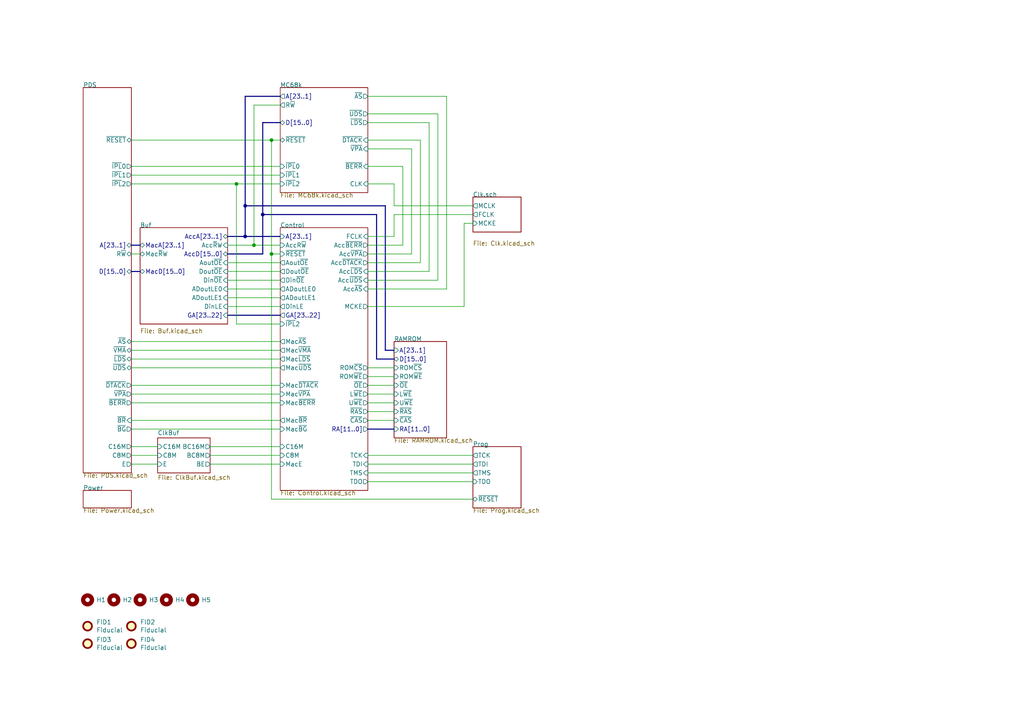
<source format=kicad_sch>
(kicad_sch (version 20230121) (generator eeschema)
  (paper "A4")
  (lib_symbols
    (symbol "Mechanical:Fiducial"
      (property "Reference" "FID" (at 0 5.08 0))
      (property "Value" "Fiducial" (at 0 3.175 0))
      (symbol "Fiducial_0_1"
        (circle (center 0 0) (radius 1.27) (stroke (width 0.508)) (fill (type background)))
      )
    )
    (symbol "Mechanical:MountingHole" (pin_names (offset 1.016))
      (property "Reference" "H" (at 0 5.08 0))
      (property "Value" "MountingHole" (at 0 3.175 0))
      (symbol "MountingHole_0_1"
        (circle (center 0 0) (radius 1.27) (stroke (width 1.27)))
      )
    )
  )
  (junction (at 73.66 71.12))
  (junction (at 78.74 73.66))
  (junction (at 71.12 59.69))
  (junction (at 68.58 53.34))
  (junction (at 71.12 68.58))
  (junction (at 76.2 62.23))
  (junction (at 78.74 40.64))
  (bus (pts (xy 71.12 27.94) (xy 71.12 59.69)))
  (wire (pts (xy 66.04 83.82) (xy 81.28 83.82)))
  (wire (pts (xy 38.1 134.62) (xy 45.72 134.62)))
  (wire (pts (xy 129.54 27.94) (xy 129.54 83.82)))
  (bus (pts (xy 109.22 62.23) (xy 76.2 62.23)))
  (wire (pts (xy 106.68 134.62) (xy 137.16 134.62)))
  (bus (pts (xy 71.12 59.69) (xy 71.12 68.58)))
  (wire (pts (xy 68.58 53.34) (xy 81.28 53.34)))
  (wire (pts (xy 106.68 27.94) (xy 129.54 27.94)))
  (wire (pts (xy 106.68 73.66) (xy 119.38 73.66)))
  (wire (pts (xy 78.74 40.64) (xy 81.28 40.64)))
  (wire (pts (xy 106.68 35.56) (xy 124.46 35.56)))
  (wire (pts (xy 73.66 30.48) (xy 81.28 30.48)))
  (wire (pts (xy 106.68 88.9) (xy 134.62 88.9)))
  (wire (pts (xy 66.04 78.74) (xy 81.28 78.74)))
  (wire (pts (xy 127 81.28) (xy 106.68 81.28)))
  (wire (pts (xy 106.68 109.22) (xy 114.3 109.22)))
  (wire (pts (xy 78.74 73.66) (xy 81.28 73.66)))
  (wire (pts (xy 38.1 50.8) (xy 81.28 50.8)))
  (wire (pts (xy 38.1 101.6) (xy 81.28 101.6)))
  (wire (pts (xy 124.46 35.56) (xy 124.46 78.74)))
  (wire (pts (xy 106.68 137.16) (xy 137.16 137.16)))
  (bus (pts (xy 38.1 78.74) (xy 40.64 78.74)))
  (wire (pts (xy 60.96 134.62) (xy 81.28 134.62)))
  (wire (pts (xy 38.1 114.3) (xy 81.28 114.3)))
  (wire (pts (xy 81.28 93.98) (xy 68.58 93.98)))
  (wire (pts (xy 106.68 33.02) (xy 127 33.02)))
  (wire (pts (xy 68.58 93.98) (xy 68.58 53.34)))
  (bus (pts (xy 81.28 35.56) (xy 76.2 35.56)))
  (bus (pts (xy 114.3 104.14) (xy 109.22 104.14)))
  (wire (pts (xy 106.68 121.92) (xy 114.3 121.92)))
  (bus (pts (xy 111.76 101.6) (xy 114.3 101.6)))
  (bus (pts (xy 66.04 91.44) (xy 81.28 91.44)))
  (wire (pts (xy 38.1 116.84) (xy 81.28 116.84)))
  (bus (pts (xy 71.12 68.58) (xy 81.28 68.58)))
  (bus (pts (xy 76.2 73.66) (xy 66.04 73.66)))
  (bus (pts (xy 38.1 71.12) (xy 40.64 71.12)))
  (wire (pts (xy 38.1 111.76) (xy 81.28 111.76)))
  (wire (pts (xy 38.1 121.92) (xy 81.28 121.92)))
  (wire (pts (xy 38.1 53.34) (xy 68.58 53.34)))
  (bus (pts (xy 71.12 59.69) (xy 111.76 59.69)))
  (wire (pts (xy 38.1 124.46) (xy 81.28 124.46)))
  (wire (pts (xy 106.68 114.3) (xy 114.3 114.3)))
  (wire (pts (xy 119.38 43.18) (xy 119.38 73.66)))
  (wire (pts (xy 38.1 48.26) (xy 81.28 48.26)))
  (wire (pts (xy 114.3 62.23) (xy 137.16 62.23)))
  (wire (pts (xy 106.68 119.38) (xy 114.3 119.38)))
  (wire (pts (xy 38.1 132.08) (xy 45.72 132.08)))
  (wire (pts (xy 106.68 43.18) (xy 119.38 43.18)))
  (bus (pts (xy 106.68 124.46) (xy 114.3 124.46)))
  (wire (pts (xy 73.66 30.48) (xy 73.66 71.12)))
  (wire (pts (xy 60.96 129.54) (xy 81.28 129.54)))
  (wire (pts (xy 73.66 71.12) (xy 66.04 71.12)))
  (wire (pts (xy 78.74 73.66) (xy 78.74 144.78)))
  (wire (pts (xy 114.3 53.34) (xy 114.3 59.69)))
  (wire (pts (xy 106.68 68.58) (xy 114.3 68.58)))
  (wire (pts (xy 106.68 139.7) (xy 137.16 139.7)))
  (wire (pts (xy 116.84 71.12) (xy 106.68 71.12)))
  (bus (pts (xy 111.76 59.69) (xy 111.76 101.6)))
  (wire (pts (xy 73.66 71.12) (xy 81.28 71.12)))
  (wire (pts (xy 137.16 64.77) (xy 134.62 64.77)))
  (wire (pts (xy 38.1 99.06) (xy 81.28 99.06)))
  (wire (pts (xy 106.68 111.76) (xy 114.3 111.76)))
  (bus (pts (xy 76.2 62.23) (xy 76.2 73.66)))
  (wire (pts (xy 66.04 86.36) (xy 81.28 86.36)))
  (wire (pts (xy 121.92 40.64) (xy 121.92 76.2)))
  (wire (pts (xy 60.96 132.08) (xy 81.28 132.08)))
  (wire (pts (xy 106.68 132.08) (xy 137.16 132.08)))
  (bus (pts (xy 81.28 27.94) (xy 71.12 27.94)))
  (wire (pts (xy 106.68 48.26) (xy 116.84 48.26)))
  (wire (pts (xy 38.1 40.64) (xy 78.74 40.64)))
  (bus (pts (xy 71.12 68.58) (xy 66.04 68.58)))
  (wire (pts (xy 106.68 116.84) (xy 114.3 116.84)))
  (wire (pts (xy 129.54 83.82) (xy 106.68 83.82)))
  (wire (pts (xy 114.3 62.23) (xy 114.3 68.58)))
  (wire (pts (xy 106.68 106.68) (xy 114.3 106.68)))
  (wire (pts (xy 124.46 78.74) (xy 106.68 78.74)))
  (bus (pts (xy 109.22 62.23) (xy 109.22 104.14)))
  (wire (pts (xy 116.84 48.26) (xy 116.84 71.12)))
  (wire (pts (xy 38.1 104.14) (xy 81.28 104.14)))
  (wire (pts (xy 66.04 88.9) (xy 81.28 88.9)))
  (wire (pts (xy 38.1 73.66) (xy 40.64 73.66)))
  (wire (pts (xy 78.74 144.78) (xy 137.16 144.78)))
  (wire (pts (xy 134.62 64.77) (xy 134.62 88.9)))
  (wire (pts (xy 66.04 76.2) (xy 81.28 76.2)))
  (wire (pts (xy 78.74 40.64) (xy 78.74 73.66)))
  (wire (pts (xy 106.68 40.64) (xy 121.92 40.64)))
  (bus (pts (xy 76.2 35.56) (xy 76.2 62.23)))
  (wire (pts (xy 127 33.02) (xy 127 81.28)))
  (wire (pts (xy 38.1 129.54) (xy 45.72 129.54)))
  (wire (pts (xy 114.3 59.69) (xy 137.16 59.69)))
  (wire (pts (xy 38.1 106.68) (xy 81.28 106.68)))
  (wire (pts (xy 66.04 81.28) (xy 81.28 81.28)))
  (wire (pts (xy 114.3 53.34) (xy 106.68 53.34)))
  (wire (pts (xy 121.92 76.2) (xy 106.68 76.2)))
  (symbol (lib_id "Mechanical:MountingHole") (at 55.88 173.99 0) (unit 1)
    (property "Reference" "H5" (at 58.42 173.99 0) (effects (justify left)))
    (property "Value" " " (at 58.42 175.006 0) (effects (justify left)))
    (property "Footprint" "stdpads:PasteHole_1.152mm_NPTH" (effects hide))
  )
  (symbol (lib_id "Mechanical:Fiducial") (at 25.4 181.61 0) (unit 1)
    (property "Reference" "FID1" (at 27.94 180.4416 0) (effects (justify left)))
    (property "Value" "Fiducial" (at 27.94 182.753 0) (effects (justify left)))
    (property "Footprint" "stdpads:Fiducial" (effects hide))
  )
  (symbol (lib_id "Mechanical:Fiducial") (at 38.1 181.61 0) (unit 1)
    (property "Reference" "FID2" (at 40.64 180.4416 0) (effects (justify left)))
    (property "Value" "Fiducial" (at 40.64 182.753 0) (effects (justify left)))
    (property "Footprint" "stdpads:Fiducial" (effects hide))
  )
  (symbol (lib_id "Mechanical:Fiducial") (at 25.4 186.69 0) (unit 1)
    (property "Reference" "FID3" (at 27.94 185.5216 0) (effects (justify left)))
    (property "Value" "Fiducial" (at 27.94 187.833 0) (effects (justify left)))
    (property "Footprint" "stdpads:Fiducial" (effects hide))
  )
  (symbol (lib_id "Mechanical:Fiducial") (at 38.1 186.69 0) (unit 1)
    (property "Reference" "FID4" (at 40.64 185.5216 0) (effects (justify left)))
    (property "Value" "Fiducial" (at 40.64 187.833 0) (effects (justify left)))
    (property "Footprint" "stdpads:Fiducial" (effects hide))
  )
  (symbol (lib_id "Mechanical:MountingHole") (at 25.4 173.99 0) (unit 1)
    (property "Reference" "H1" (at 27.94 173.99 0) (effects (justify left)))
    (property "Value" " " (at 27.94 175.006 0) (effects (justify left)))
    (property "Footprint" "stdpads:PasteHole_1.152mm_NPTH" (effects hide))
  )
  (symbol (lib_id "Mechanical:MountingHole") (at 33.02 173.99 0) (unit 1)
    (property "Reference" "H2" (at 35.56 173.99 0) (effects (justify left)))
    (property "Value" " " (at 35.56 175.006 0) (effects (justify left)))
    (property "Footprint" "stdpads:PasteHole_1.152mm_NPTH" (effects hide))
  )
  (symbol (lib_id "Mechanical:MountingHole") (at 40.64 173.99 0) (unit 1)
    (property "Reference" "H3" (at 43.18 173.99 0) (effects (justify left)))
    (property "Value" " " (at 43.18 175.006 0) (effects (justify left)))
    (property "Footprint" "stdpads:PasteHole_1.152mm_NPTH" (effects hide))
  )
  (symbol (lib_id "Mechanical:MountingHole") (at 48.26 173.99 0) (unit 1)
    (property "Reference" "H4" (at 50.8 173.99 0) (effects (justify left)))
    (property "Value" " " (at 50.8 175.006 0) (effects (justify left)))
    (property "Footprint" "stdpads:PasteHole_1.152mm_NPTH" (effects hide))
  )
  (sheet (at 24.13 25.4) (size 13.97 111.76)
    (property "Sheetname" "PDS" (at 24.13 25.4 0) (effects (justify left bottom)))
    (property "Sheetfile" "PDS.kicad_sch" (at 24.13 137.16 0) (effects (justify left top)))
    (pin "A[23..1]" bidirectional (at 38.1 71.12 0))
    (pin "D[15..0]" bidirectional (at 38.1 78.74 0))
    (pin "~{AS}" bidirectional (at 38.1 99.06 0))
    (pin "~{LDS}" bidirectional (at 38.1 104.14 0))
    (pin "~{UDS}" bidirectional (at 38.1 106.68 0))
    (pin "R~{W}" bidirectional (at 38.1 73.66 0))
    (pin "~{VMA}" bidirectional (at 38.1 101.6 0))
    (pin "~{VPA}" output (at 38.1 114.3 0))
    (pin "~{DTACK}" output (at 38.1 111.76 0))
    (pin "~{RESET}" bidirectional (at 38.1 40.64 0))
    (pin "~{IPL}0" output (at 38.1 48.26 0))
    (pin "~{IPL}1" output (at 38.1 50.8 0))
    (pin "~{IPL}2" output (at 38.1 53.34 0))
    (pin "~{BERR}" output (at 38.1 116.84 0))
    (pin "E" output (at 38.1 134.62 0))
    (pin "C8M" output (at 38.1 132.08 0))
    (pin "C16M" output (at 38.1 129.54 0))
    (pin "~{BG}" output (at 38.1 124.46 0))
    (pin "~{BR}" input (at 38.1 121.92 0))
  )
  (sheet (at 81.28 66.04) (size 25.4 76.2)
    (property "Sheetname" "Control" (at 81.28 66.04 0) (effects (justify left bottom)))
    (property "Sheetfile" "Control.kicad_sch" (at 81.28 142.24 0) (effects (justify left top)))
    (pin "~{RESET}" input (at 81.28 73.66 180))
    (pin "FCLK" input (at 106.68 68.58 0))
    (pin "Mac~{AS}" output (at 81.28 99.06 180))
    (pin "Mac~{VMA}" output (at 81.28 101.6 180))
    (pin "Mac~{DTACK}" input (at 81.28 111.76 180))
    (pin "Mac~{VPA}" input (at 81.28 114.3 180))
    (pin "Mac~{BERR}" input (at 81.28 116.84 180))
    (pin "MacE" input (at 81.28 134.62 180))
    (pin "C8M" input (at 81.28 132.08 180))
    (pin "C16M" input (at 81.28 129.54 180))
    (pin "Acc~{DTACK}" output (at 106.68 76.2 0))
    (pin "Acc~{BERR}" output (at 106.68 71.12 0))
    (pin "Acc~{UDS}" input (at 106.68 81.28 0))
    (pin "Acc~{LDS}" input (at 106.68 78.74 0))
    (pin "Acc~{AS}" input (at 106.68 83.82 0))
    (pin "~{OE}" output (at 106.68 111.76 0))
    (pin "Mac~{UDS}" output (at 81.28 106.68 180))
    (pin "Mac~{LDS}" output (at 81.28 104.14 180))
    (pin "Acc~{VPA}" output (at 106.68 73.66 0))
    (pin "AccR~{W}" input (at 81.28 71.12 180))
    (pin "L~{WE}" output (at 106.68 114.3 0))
    (pin "U~{WE}" output (at 106.68 116.84 0))
    (pin "~{RAS}" output (at 106.68 119.38 0))
    (pin "~{CAS}" output (at 106.68 121.92 0))
    (pin "ROM~{CS}" output (at 106.68 106.68 0))
    (pin "DinLE" output (at 81.28 88.9 180))
    (pin "Dout~{OE}" output (at 81.28 78.74 180))
    (pin "Aout~{OE}" output (at 81.28 76.2 180))
    (pin "Din~{OE}" output (at 81.28 81.28 180))
    (pin "RA[11..0]" output (at 106.68 124.46 0))
    (pin "A[23..1]" input (at 81.28 68.58 180))
    (pin "ADoutLE0" output (at 81.28 83.82 180))
    (pin "ADoutLE1" output (at 81.28 86.36 180))
    (pin "ROM~{WE}" output (at 106.68 109.22 0))
    (pin "TDI" input (at 106.68 134.62 0))
    (pin "TMS" input (at 106.68 137.16 0))
    (pin "TCK" input (at 106.68 132.08 0))
    (pin "TDO" output (at 106.68 139.7 0))
    (pin "Mac~{BR}" output (at 81.28 121.92 180))
    (pin "Mac~{BG}" input (at 81.28 124.46 180))
    (pin "~{IPL}2" input (at 81.28 93.98 180))
    (pin "MCKE" output (at 106.68 88.9 0))
    (pin "GA[23..22]" output (at 81.28 91.44 180))
  )
  (sheet (at 114.3 99.06) (size 15.24 27.94)
    (property "Sheetname" "RAMROM" (at 114.3 99.06 0) (effects (justify left bottom)))
    (property "Sheetfile" "RAMROM.kicad_sch" (at 114.3 127 0) (effects (justify left top)))
    (pin "~{RAS}" input (at 114.3 119.38 180))
    (pin "D[15..0]" bidirectional (at 114.3 104.14 180))
    (pin "~{CAS}" input (at 114.3 121.92 180))
    (pin "~{OE}" input (at 114.3 111.76 180))
    (pin "RA[11..0]" input (at 114.3 124.46 180))
    (pin "L~{WE}" input (at 114.3 114.3 180))
    (pin "U~{WE}" input (at 114.3 116.84 180))
    (pin "ROM~{CS}" input (at 114.3 106.68 180))
    (pin "A[23..1]" input (at 114.3 101.6 180))
    (pin "ROM~{WE}" input (at 114.3 109.22 180))
  )
  (sheet (at 81.28 25.4) (size 25.4 30.48)
    (property "Sheetname" "MC68k" (at 81.28 25.4 0) (effects (justify left bottom)))
    (property "Sheetfile" "MC68k.kicad_sch" (at 81.28 55.88 0) (effects (justify left top)))
    (pin "A[23..1]" output (at 81.28 27.94 180))
    (pin "D[15..0]" bidirectional (at 81.28 35.56 180))
    (pin "~{AS}" output (at 106.68 27.94 0))
    (pin "R~{W}" output (at 81.28 30.48 180))
    (pin "~{LDS}" output (at 106.68 35.56 0))
    (pin "~{UDS}" output (at 106.68 33.02 0))
    (pin "~{DTACK}" input (at 106.68 40.64 0))
    (pin "~{VPA}" input (at 106.68 43.18 0))
    (pin "~{RESET}" bidirectional (at 81.28 40.64 180))
    (pin "~{BERR}" input (at 106.68 48.26 0))
    (pin "~{IPL}0" input (at 81.28 48.26 180))
    (pin "~{IPL}1" input (at 81.28 50.8 180))
    (pin "~{IPL}2" input (at 81.28 53.34 180))
    (pin "CLK" input (at 106.68 53.34 0))
  )
  (sheet (at 40.64 66.04) (size 25.4 27.94)
    (property "Sheetname" "Buf" (at 40.64 66.04 0) (effects (justify left bottom)))
    (property "Sheetfile" "Buf.kicad_sch" (at 40.64 95.25 0) (effects (justify left top)))
    (pin "AccA[23..1]" bidirectional (at 66.04 68.58 0))
    (pin "MacA[23..1]" bidirectional (at 40.64 71.12 180))
    (pin "AccD[15..0]" bidirectional (at 66.04 73.66 0))
    (pin "MacD[15..0]" bidirectional (at 40.64 78.74 180))
    (pin "Dout~{OE}" input (at 66.04 78.74 0))
    (pin "Din~{OE}" input (at 66.04 81.28 0))
    (pin "DinLE" input (at 66.04 88.9 0))
    (pin "Aout~{OE}" input (at 66.04 76.2 0))
    (pin "Mac~{R}W" tri_state (at 40.64 73.66 180))
    (pin "Acc~{R}W" input (at 66.04 71.12 0))
    (pin "ADoutLE0" input (at 66.04 83.82 0))
    (pin "ADoutLE1" input (at 66.04 86.36 0))
    (pin "GA[23..22]" input (at 66.04 91.44 0))
  )
  (sheet (at 137.16 57.15) (size 13.97 10.16)
    (property "Sheetname" "Clk.sch" (at 137.16 57.15 0) (effects (justify left bottom)))
    (property "Sheetfile" "Clk.kicad_sch" (at 137.16 69.85 0) (effects (justify left top)))
    (pin "MCLK" output (at 137.16 59.69 180))
    (pin "FCLK" output (at 137.16 62.23 180))
    (pin "MCKE" input (at 137.16 64.77 180))
  )
  (sheet (at 137.16 129.54) (size 13.97 17.78)
    (property "Sheetname" "Prog" (at 137.16 129.54 0) (effects (justify left bottom)))
    (property "Sheetfile" "Prog.kicad_sch" (at 137.16 147.32 0) (effects (justify left top)))
    (pin "TCK" output (at 137.16 132.08 180))
    (pin "TDI" output (at 137.16 134.62 180))
    (pin "TMS" output (at 137.16 137.16 180))
    (pin "TDO" input (at 137.16 139.7 180))
    (pin "~{RESET}" tri_state (at 137.16 144.78 180))
  )
  (sheet (at 24.13 142.24) (size 13.97 5.08)
    (property "Sheetname" "Power" (at 24.13 142.24 0) (effects (justify left bottom)))
    (property "Sheetfile" "Power.kicad_sch" (at 24.13 147.32 0) (effects (justify left top)))
  )
  (sheet (at 45.72 127) (size 15.24 10.16) (stroke (width 0.1524))
    (property "Sheetname" "ClkBuf" (at 45.72 126.2884 0) (effects (justify left bottom)))
    (property "Sheetfile" "ClkBuf.kicad_sch" (at 45.72 137.7446 0) (effects (justify left top)))
    (pin "BC16M" output (at 60.96 129.54 0))
    (pin "C16M" input (at 45.72 129.54 180))
    (pin "BE" output (at 60.96 134.62 0))
    (pin "E" input (at 45.72 134.62 180))
    (pin "BC8M" output (at 60.96 132.08 0))
    (pin "C8M" input (at 45.72 132.08 180))
  )
)
</source>
